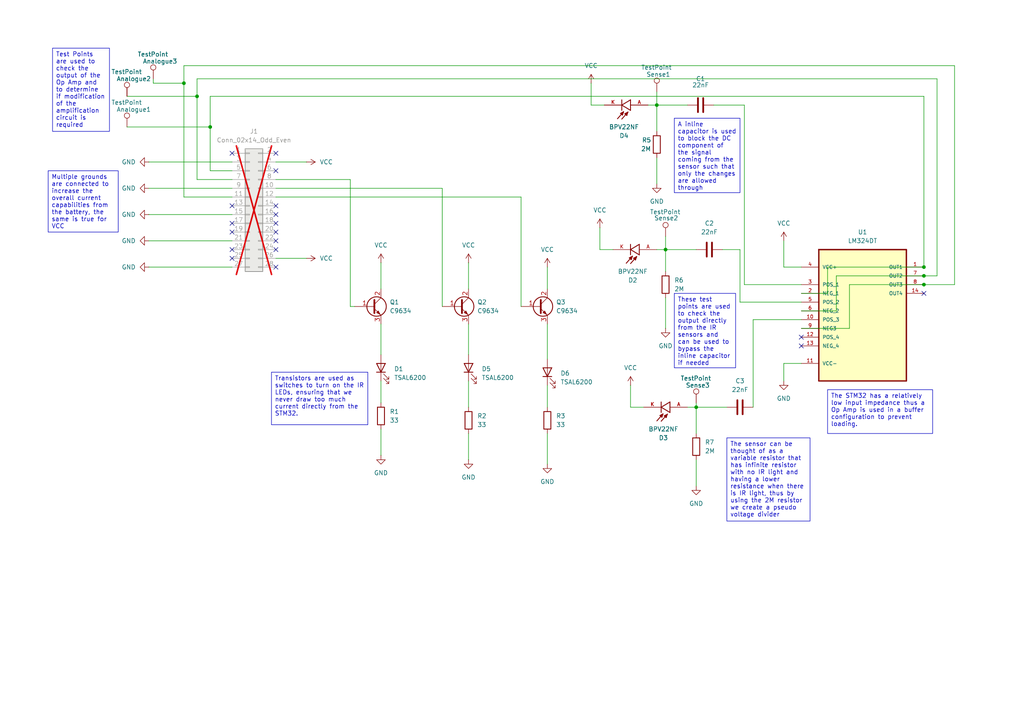
<source format=kicad_sch>
(kicad_sch (version 20231120) (generator "eeschema") (generator_version "8.0")
  (paper "A4")
  (title_block (title "EEE3088F Sensing Board") (date "2024-03-23") (rev "2") (comment 2 "Group 58") (comment 3 "VTTANS001") (comment 4 "Anson Vattakunnel"))
  (lib_symbols
    (symbol "BPV22NF:BPV22NF" (pin_names (offset 1.016))
      (property "Reference" "D" (at -0.5588 4.4958 0))
      (property "Value" "BPV22NF" (at -1.016 -3.302 0))
      (symbol "BPV22NF_0_0"
        (polyline (pts (xy 0 -1.524) (xy 2.54 0)) (stroke (width 0.254)))
        (polyline (pts (xy 0 1.524) (xy 0 -1.524)) (stroke (width 0.254)))
        (polyline (pts (xy 0.762 2.032) (xy 1.0922 2.9972)) (stroke (width 0.254)))
        (polyline (pts (xy 0.762 2.032) (xy 2.54 4.064)) (stroke (width 0.254)))
        (polyline (pts (xy 1.0668 2.2606) (xy 1.1938 2.2606)) (stroke (width 0.254)))
        (polyline (pts (xy 1.0922 2.9972) (xy 1.0668 2.2606)) (stroke (width 0.254)))
        (polyline (pts (xy 1.0922 2.9972) (xy 1.651 2.5146)) (stroke (width 0.254)))
        (polyline (pts (xy 1.4732 2.5908) (xy 1.2446 2.4384)) (stroke (width 0.254)))
        (polyline (pts (xy 1.651 2.5146) (xy 0.762 2.032)) (stroke (width 0.254)))
        (polyline (pts (xy 2.0066 1.9304) (xy 2.3368 2.8956)) (stroke (width 0.254)))
        (polyline (pts (xy 2.0066 1.9304) (xy 3.7846 3.9624)) (stroke (width 0.254)))
        (polyline (pts (xy 2.3114 2.159) (xy 2.4384 2.159)) (stroke (width 0.254)))
        (polyline (pts (xy 2.3368 2.8956) (xy 2.3114 2.159)) (stroke (width 0.254)))
        (polyline (pts (xy 2.3368 2.8956) (xy 2.8956 2.413)) (stroke (width 0.254)))
        (polyline (pts (xy 2.54 0) (xy 0 1.524)) (stroke (width 0.254)))
        (polyline (pts (xy 2.54 1.524) (xy 2.54 -1.524)) (stroke (width 0.254)))
        (polyline (pts (xy 2.7178 2.4892) (xy 2.4892 2.3368)) (stroke (width 0.254)))
        (polyline (pts (xy 2.8956 2.413) (xy 2.0066 1.9304)) (stroke (width 0.254)))
        (pin passive line (at -5.08 0 0) (length 5.08) (name "~") (number "A"))
        (pin passive line (at 7.62 0 180) (length 5.08) (name "~") (number "K"))
      )
    )
    (symbol "Connector:TestPoint" (pin_numbers hide) (pin_names (offset 0.762) hide)
      (property "Reference" "TP" (at 0 6.858 0))
      (property "Value" "TestPoint" (at 0 5.08 0))
      (symbol "TestPoint_0_1"
        (circle (center 0 3.302) (radius 0.762))
      )
      (symbol "TestPoint_1_1"
        (pin passive line (at 0 0 90) (length 2.54) (name "1") (number "1"))
      )
    )
    (symbol "Connector_Generic:Conn_02x14_Odd_Even" (pin_names (offset 1.016) hide)
      (property "Reference" "J" (at 1.27 17.78 0))
      (property "Value" "Conn_02x14_Odd_Even" (at 1.27 -20.32 0))
      (symbol "Conn_02x14_Odd_Even_1_1"
        (rectangle (start -1.27 -17.653) (end 0 -17.907) (stroke (width 0.1524)))
        (rectangle (start -1.27 -15.113) (end 0 -15.367) (stroke (width 0.1524)))
        (rectangle (start -1.27 -12.573) (end 0 -12.827) (stroke (width 0.1524)))
        (rectangle (start -1.27 -10.033) (end 0 -10.287) (stroke (width 0.1524)))
        (rectangle (start -1.27 -7.493) (end 0 -7.747) (stroke (width 0.1524)))
        (rectangle (start -1.27 -4.953) (end 0 -5.207) (stroke (width 0.1524)))
        (rectangle (start -1.27 -2.413) (end 0 -2.667) (stroke (width 0.1524)))
        (rectangle (start -1.27 0.127) (end 0 -0.127) (stroke (width 0.1524)))
        (rectangle (start -1.27 2.667) (end 0 2.413) (stroke (width 0.1524)))
        (rectangle (start -1.27 5.207) (end 0 4.953) (stroke (width 0.1524)))
        (rectangle (start -1.27 7.747) (end 0 7.493) (stroke (width 0.1524)))
        (rectangle (start -1.27 10.287) (end 0 10.033) (stroke (width 0.1524)))
        (rectangle (start -1.27 12.827) (end 0 12.573) (stroke (width 0.1524)))
        (rectangle (start -1.27 15.367) (end 0 15.113) (stroke (width 0.1524)))
        (rectangle (start -1.27 16.51) (end 3.81 -19.05) (stroke (width 0.254)) (fill (type background)))
        (rectangle (start 3.81 -17.653) (end 2.54 -17.907) (stroke (width 0.1524)))
        (rectangle (start 3.81 -15.113) (end 2.54 -15.367) (stroke (width 0.1524)))
        (rectangle (start 3.81 -12.573) (end 2.54 -12.827) (stroke (width 0.1524)))
        (rectangle (start 3.81 -10.033) (end 2.54 -10.287) (stroke (width 0.1524)))
        (rectangle (start 3.81 -7.493) (end 2.54 -7.747) (stroke (width 0.1524)))
        (rectangle (start 3.81 -4.953) (end 2.54 -5.207) (stroke (width 0.1524)))
        (rectangle (start 3.81 -2.413) (end 2.54 -2.667) (stroke (width 0.1524)))
        (rectangle (start 3.81 0.127) (end 2.54 -0.127) (stroke (width 0.1524)))
        (rectangle (start 3.81 2.667) (end 2.54 2.413) (stroke (width 0.1524)))
        (rectangle (start 3.81 5.207) (end 2.54 4.953) (stroke (width 0.1524)))
        (rectangle (start 3.81 7.747) (end 2.54 7.493) (stroke (width 0.1524)))
        (rectangle (start 3.81 10.287) (end 2.54 10.033) (stroke (width 0.1524)))
        (rectangle (start 3.81 12.827) (end 2.54 12.573) (stroke (width 0.1524)))
        (rectangle (start 3.81 15.367) (end 2.54 15.113) (stroke (width 0.1524)))
        (pin passive line (at -5.08 15.24 0) (length 3.81) (name "Pin_1") (number "1"))
        (pin passive line (at 7.62 5.08 180) (length 3.81) (name "Pin_10") (number "10"))
        (pin passive line (at -5.08 2.54 0) (length 3.81) (name "Pin_11") (number "11"))
        (pin passive line (at 7.62 2.54 180) (length 3.81) (name "Pin_12") (number "12"))
        (pin passive line (at -5.08 0 0) (length 3.81) (name "Pin_13") (number "13"))
        (pin passive line (at 7.62 0 180) (length 3.81) (name "Pin_14") (number "14"))
        (pin passive line (at -5.08 -2.54 0) (length 3.81) (name "Pin_15") (number "15"))
        (pin passive line (at 7.62 -2.54 180) (length 3.81) (name "Pin_16") (number "16"))
        (pin passive line (at -5.08 -5.08 0) (length 3.81) (name "Pin_17") (number "17"))
        (pin passive line (at 7.62 -5.08 180) (length 3.81) (name "Pin_18") (number "18"))
        (pin passive line (at -5.08 -7.62 0) (length 3.81) (name "Pin_19") (number "19"))
        (pin passive line (at 7.62 15.24 180) (length 3.81) (name "Pin_2") (number "2"))
        (pin passive line (at 7.62 -7.62 180) (length 3.81) (name "Pin_20") (number "20"))
        (pin passive line (at -5.08 -10.16 0) (length 3.81) (name "Pin_21") (number "21"))
        (pin passive line (at 7.62 -10.16 180) (length 3.81) (name "Pin_22") (number "22"))
        (pin passive line (at -5.08 -12.7 0) (length 3.81) (name "Pin_23") (number "23"))
        (pin passive line (at 7.62 -12.7 180) (length 3.81) (name "Pin_24") (number "24"))
        (pin passive line (at -5.08 -15.24 0) (length 3.81) (name "Pin_25") (number "25"))
        (pin passive line (at 7.62 -15.24 180) (length 3.81) (name "Pin_26") (number "26"))
        (pin passive line (at -5.08 -17.78 0) (length 3.81) (name "Pin_27") (number "27"))
        (pin passive line (at 7.62 -17.78 180) (length 3.81) (name "Pin_28") (number "28"))
        (pin passive line (at -5.08 12.7 0) (length 3.81) (name "Pin_3") (number "3"))
        (pin passive line (at 7.62 12.7 180) (length 3.81) (name "Pin_4") (number "4"))
        (pin passive line (at -5.08 10.16 0) (length 3.81) (name "Pin_5") (number "5"))
        (pin passive line (at 7.62 10.16 180) (length 3.81) (name "Pin_6") (number "6"))
        (pin passive line (at -5.08 7.62 0) (length 3.81) (name "Pin_7") (number "7"))
        (pin passive line (at 7.62 7.62 180) (length 3.81) (name "Pin_8") (number "8"))
        (pin passive line (at -5.08 5.08 0) (length 3.81) (name "Pin_9") (number "9"))
      )
    )
    (symbol "Device:C" (pin_numbers hide) (pin_names (offset 0.254))
      (property "Reference" "C" (at 0.635 2.54 0))
      (property "Value" "C" (at 0.635 -2.54 0))
      (symbol "C_0_1"
        (polyline (pts (xy -2.032 -0.762) (xy 2.032 -0.762)) (stroke (width 0.508)))
        (polyline (pts (xy -2.032 0.762) (xy 2.032 0.762)) (stroke (width 0.508)))
      )
      (symbol "C_1_1"
        (pin passive line (at 0 3.81 270) (length 2.794) (name "~") (number "1"))
        (pin passive line (at 0 -3.81 90) (length 2.794) (name "~") (number "2"))
      )
    )
    (symbol "Device:LED" (pin_numbers hide) (pin_names (offset 1.016) hide)
      (property "Reference" "D" (at 0 2.54 0))
      (property "Value" "LED" (at 0 -2.54 0))
      (symbol "LED_0_1"
        (polyline (pts (xy -1.27 -1.27) (xy -1.27 1.27)) (stroke (width 0.254)))
        (polyline (pts (xy -1.27 0) (xy 1.27 0)))
        (polyline (pts (xy 1.27 -1.27) (xy 1.27 1.27) (xy -1.27 0) (xy 1.27 -1.27)) (stroke (width 0.254)))
        (polyline (pts (xy -3.048 -0.762) (xy -4.572 -2.286) (xy -3.81 -2.286) (xy -4.572 -2.286) (xy -4.572 -1.524)))
        (polyline (pts (xy -1.778 -0.762) (xy -3.302 -2.286) (xy -2.54 -2.286) (xy -3.302 -2.286) (xy -3.302 -1.524)))
      )
      (symbol "LED_1_1"
        (pin passive line (at -3.81 0 0) (length 2.54) (name "K") (number "1"))
        (pin passive line (at 3.81 0 180) (length 2.54) (name "A") (number "2"))
      )
    )
    (symbol "Device:R" (pin_numbers hide) (pin_names (offset 0))
      (property "Reference" "R" (at 2.032 0 90))
      (property "Value" "R" (at 0 0 90))
      (symbol "R_0_1"
        (rectangle (start -1.016 -2.54) (end 1.016 2.54) (stroke (width 0.254)))
      )
      (symbol "R_1_1"
        (pin passive line (at 0 3.81 270) (length 1.27) (name "~") (number "1"))
        (pin passive line (at 0 -3.81 90) (length 1.27) (name "~") (number "2"))
      )
    )
    (symbol "LM324DT:LM324DT" (pin_names (offset 1.016))
      (property "Reference" "U" (at -5.5989 16.3894 0))
      (property "Value" "LM324DT" (at -4.6241 -26.0171 0))
      (symbol "LM324DT_0_0"
        (rectangle (start -12.7 -22.86) (end 12.7 15.24) (stroke (width 0.4064)) (fill (type background)))
        (pin output line (at 17.78 10.16 180) (length 5.08) (name "OUT1") (number "1"))
        (pin input line (at -17.78 -5.08 0) (length 5.08) (name "POS_3") (number "10"))
        (pin power_in line (at -17.78 -17.78 0) (length 5.08) (name "VCC-") (number "11"))
        (pin input line (at -17.78 -10.16 0) (length 5.08) (name "POS_4") (number "12"))
        (pin input line (at -17.78 -12.7 0) (length 5.08) (name "NEG_4") (number "13"))
        (pin output line (at 17.78 2.54 180) (length 5.08) (name "OUT4") (number "14"))
        (pin input line (at -17.78 2.54 0) (length 5.08) (name "NEG_1") (number "2"))
        (pin input line (at -17.78 5.08 0) (length 5.08) (name "POS_1") (number "3"))
        (pin power_in line (at -17.78 10.16 0) (length 5.08) (name "VCC+") (number "4"))
        (pin input line (at -17.78 0 0) (length 5.08) (name "POS_2") (number "5"))
        (pin input line (at -17.78 -2.54 0) (length 5.08) (name "NEG_2") (number "6"))
        (pin output line (at 17.78 7.62 180) (length 5.08) (name "OUT2") (number "7"))
        (pin output line (at 17.78 5.08 180) (length 5.08) (name "OUT3") (number "8"))
        (pin input line (at -17.78 -7.62 0) (length 5.08) (name "NEG3") (number "9"))
      )
    )
    (symbol "Transistor_BJT:BCX56" (pin_names (offset 0) hide)
      (property "Reference" "Q" (at 5.08 1.905 0))
      (property "Value" "BCX56" (at 5.08 0 0))
      (symbol "BCX56_0_1"
        (polyline (pts (xy 0.635 0.635) (xy 2.54 2.54)))
        (polyline (pts (xy 0.635 -0.635) (xy 2.54 -2.54) (xy 2.54 -2.54)))
        (polyline (pts (xy 0.635 1.905) (xy 0.635 -1.905) (xy 0.635 -1.905)) (stroke (width 0.508)))
        (polyline (pts (xy 1.27 -1.778) (xy 1.778 -1.27) (xy 2.286 -2.286) (xy 1.27 -1.778) (xy 1.27 -1.778)) (fill (type outline)))
        (circle (center 1.27 0) (radius 2.8194) (stroke (width 0.254)))
      )
      (symbol "BCX56_1_1"
        (pin input line (at -5.08 0 0) (length 5.715) (name "B") (number "1"))
        (pin passive line (at 2.54 5.08 270) (length 2.54) (name "C") (number "2"))
        (pin passive line (at 2.54 -5.08 90) (length 2.54) (name "E") (number "3"))
      )
    )
    (symbol "power:GND" (power) (pin_numbers hide) (pin_names (offset 0) hide)
      (property "Value" "GND" (at 0 -3.81 0))
      (symbol "GND_0_1"
        (polyline (pts (xy 0 0) (xy 0 -1.27) (xy 1.27 -1.27) (xy 0 -2.54) (xy -1.27 -1.27) (xy 0 -1.27)))
      )
      (symbol "GND_1_1"
        (pin power_in line (at 0 0 270) (length 0) (name "~") (number "1"))
      )
    )
    (symbol "power:VCC" (power) (pin_numbers hide) (pin_names (offset 0) hide)
      (property "Value" "VCC" (at 0 3.556 0))
      (symbol "VCC_0_1"
        (polyline (pts (xy -0.762 1.27) (xy 0 2.54)))
        (polyline (pts (xy 0 0) (xy 0 2.54)))
        (polyline (pts (xy 0 2.54) (xy 0.762 1.27)))
      )
      (symbol "VCC_1_1"
        (pin power_in line (at 0 0 90) (length 0) (name "~") (number "1"))
      )
    )
  )
  (junction (at 57.15 27.94))
  (junction (at 267.97 80.01))
  (junction (at 267.97 77.47))
  (junction (at 53.34 24.13))
  (junction (at 201.93 118.11))
  (junction (at 267.97 82.55))
  (junction (at 193.04 72.39))
  (junction (at 60.96 36.83))
  (junction (at 190.5 30.48))
  (no_connect (at 80.01 69.85))
  (no_connect (at 80.01 62.23))
  (no_connect (at 232.41 100.33))
  (no_connect (at 80.01 44.45))
  (no_connect (at 67.31 74.93))
  (no_connect (at 80.01 49.53))
  (no_connect (at 67.31 59.69))
  (no_connect (at 267.97 85.09))
  (no_connect (at 67.31 64.77))
  (no_connect (at 80.01 67.31))
  (no_connect (at 80.01 59.69))
  (no_connect (at 232.41 97.79))
  (no_connect (at 67.31 44.45))
  (no_connect (at 80.01 64.77))
  (no_connect (at 67.31 72.39))
  (no_connect (at 67.31 67.31))
  (no_connect (at 80.01 72.39))
  (no_connect (at 80.01 77.47))
  (wire (pts (xy 110.49 93.98) (xy 110.49 102.87)))
  (wire (pts (xy 193.04 72.39) (xy 193.04 78.74)))
  (wire (pts (xy 110.49 76.2) (xy 110.49 83.82)))
  (wire (pts (xy 158.75 77.47) (xy 158.75 83.82)))
  (wire (pts (xy 215.9 82.55) (xy 215.9 30.48)))
  (wire (pts (xy 232.41 85.09) (xy 240.03 85.09)))
  (wire (pts (xy 215.9 30.48) (xy 207.01 30.48)))
  (wire (pts (xy 232.41 92.71) (xy 218.44 92.71)))
  (wire (pts (xy 193.04 68.58) (xy 193.04 72.39)))
  (wire (pts (xy 201.93 133.35) (xy 201.93 140.97)))
  (wire (pts (xy 135.89 110.49) (xy 135.89 118.11)))
  (wire (pts (xy 218.44 92.71) (xy 218.44 118.11)))
  (wire (pts (xy 267.97 27.94) (xy 267.97 77.47)))
  (wire (pts (xy 158.75 93.98) (xy 158.75 104.14)))
  (wire (pts (xy 135.89 93.98) (xy 135.89 102.87)))
  (wire (pts (xy 227.33 69.85) (xy 227.33 77.47)))
  (wire (pts (xy 271.78 80.01) (xy 267.97 80.01)))
  (wire (pts (xy 128.27 54.61) (xy 128.27 88.9)))
  (wire (pts (xy 271.78 22.86) (xy 271.78 80.01)))
  (wire (pts (xy 44.45 24.13) (xy 53.34 24.13)))
  (wire (pts (xy 36.83 36.83) (xy 60.96 36.83)))
  (wire (pts (xy 80.01 54.61) (xy 128.27 54.61)))
  (wire (pts (xy 232.41 82.55) (xy 215.9 82.55)))
  (wire (pts (xy 240.03 85.09) (xy 240.03 77.47)))
  (wire (pts (xy 57.15 22.86) (xy 271.78 22.86)))
  (wire (pts (xy 276.86 19.05) (xy 276.86 82.55)))
  (wire (pts (xy 242.57 80.01) (xy 267.97 80.01)))
  (wire (pts (xy 182.88 111.76) (xy 182.88 118.11)))
  (wire (pts (xy 60.96 49.53) (xy 60.96 36.83)))
  (wire (pts (xy 67.31 46.99) (xy 43.18 46.99)))
  (wire (pts (xy 80.01 57.15) (xy 151.13 57.15)))
  (wire (pts (xy 43.18 69.85) (xy 67.31 69.85)))
  (wire (pts (xy 240.03 77.47) (xy 267.97 77.47)))
  (wire (pts (xy 36.83 27.94) (xy 57.15 27.94)))
  (wire (pts (xy 80.01 74.93) (xy 88.9 74.93)))
  (wire (pts (xy 53.34 57.15) (xy 53.34 24.13)))
  (wire (pts (xy 101.6 52.07) (xy 101.6 88.9)))
  (wire (pts (xy 193.04 72.39) (xy 201.93 72.39)))
  (wire (pts (xy 171.45 24.13) (xy 171.45 30.48)))
  (wire (pts (xy 201.93 116.84) (xy 201.93 118.11)))
  (wire (pts (xy 227.33 105.41) (xy 227.33 110.49)))
  (wire (pts (xy 193.04 86.36) (xy 193.04 95.25)))
  (wire (pts (xy 135.89 76.2) (xy 135.89 83.82)))
  (wire (pts (xy 190.5 45.72) (xy 190.5 53.34)))
  (wire (pts (xy 190.5 30.48) (xy 190.5 38.1)))
  (wire (pts (xy 60.96 36.83) (xy 60.96 27.94)))
  (wire (pts (xy 158.75 111.76) (xy 158.75 118.11)))
  (wire (pts (xy 101.6 88.9) (xy 102.87 88.9)))
  (wire (pts (xy 67.31 54.61) (xy 43.18 54.61)))
  (wire (pts (xy 53.34 24.13) (xy 53.34 19.05)))
  (wire (pts (xy 110.49 124.46) (xy 110.49 132.08)))
  (wire (pts (xy 190.5 72.39) (xy 193.04 72.39)))
  (wire (pts (xy 232.41 95.25) (xy 246.38 95.25)))
  (wire (pts (xy 232.41 90.17) (xy 242.57 90.17)))
  (wire (pts (xy 182.88 118.11) (xy 186.69 118.11)))
  (wire (pts (xy 135.89 125.73) (xy 135.89 133.35)))
  (wire (pts (xy 158.75 125.73) (xy 158.75 134.62)))
  (wire (pts (xy 80.01 46.99) (xy 88.9 46.99)))
  (wire (pts (xy 246.38 95.25) (xy 246.38 82.55)))
  (wire (pts (xy 43.18 77.47) (xy 67.31 77.47)))
  (wire (pts (xy 267.97 82.55) (xy 276.86 82.55)))
  (wire (pts (xy 242.57 90.17) (xy 242.57 80.01)))
  (wire (pts (xy 151.13 57.15) (xy 151.13 88.9)))
  (wire (pts (xy 190.5 26.67) (xy 190.5 30.48)))
  (wire (pts (xy 199.39 118.11) (xy 201.93 118.11)))
  (wire (pts (xy 110.49 110.49) (xy 110.49 116.84)))
  (wire (pts (xy 57.15 22.86) (xy 57.15 27.94)))
  (wire (pts (xy 80.01 52.07) (xy 101.6 52.07)))
  (wire (pts (xy 43.18 62.23) (xy 67.31 62.23)))
  (wire (pts (xy 67.31 52.07) (xy 57.15 52.07)))
  (wire (pts (xy 227.33 77.47) (xy 232.41 77.47)))
  (wire (pts (xy 173.99 72.39) (xy 177.8 72.39)))
  (wire (pts (xy 44.45 22.86) (xy 44.45 24.13)))
  (wire (pts (xy 60.96 27.94) (xy 267.97 27.94)))
  (wire (pts (xy 187.96 30.48) (xy 190.5 30.48)))
  (wire (pts (xy 232.41 105.41) (xy 227.33 105.41)))
  (wire (pts (xy 67.31 49.53) (xy 60.96 49.53)))
  (wire (pts (xy 173.99 66.04) (xy 173.99 72.39)))
  (wire (pts (xy 214.63 72.39) (xy 209.55 72.39)))
  (wire (pts (xy 246.38 82.55) (xy 267.97 82.55)))
  (wire (pts (xy 214.63 87.63) (xy 214.63 72.39)))
  (wire (pts (xy 190.5 30.48) (xy 199.39 30.48)))
  (wire (pts (xy 67.31 57.15) (xy 53.34 57.15)))
  (wire (pts (xy 201.93 118.11) (xy 210.82 118.11)))
  (wire (pts (xy 53.34 19.05) (xy 276.86 19.05)))
  (wire (pts (xy 201.93 118.11) (xy 201.93 125.73)))
  (wire (pts (xy 57.15 27.94) (xy 57.15 52.07)))
  (wire (pts (xy 232.41 87.63) (xy 214.63 87.63)))
  (wire (pts (xy 171.45 30.48) (xy 175.26 30.48)))
  (text_box "The STM32 has a relatively low input impedance thus a Op Amp is used in a buffer configuration to prevent loading." (at 240.03 113.03 0) (size 30.48 12.7) (effects (font (size 1.27 1.27)) (justify left top)))
  (text_box "Transistors are used as switches to turn on the IR LEDs, ensuring that we never draw too much current directly from the STM32." (at 78.74 107.95 0) (size 27.94 15.24) (effects (font (size 1.27 1.27)) (justify left top)))
  (text_box "Test Points are used to check the output of the Op Amp and to determine if modification of the amplification circuit is required" (at 15.24 13.97 0) (size 16.51 24.13) (effects (font (size 1.27 1.27)) (justify left top)))
  (text_box "These test points are used to check the output directly from the IR sensors and can be used to bypass the inline capacitor if needed" (at 195.58 85.09 0) (size 17.78 21.59) (effects (font (size 1.27 1.27)) (justify left top)))
  (text_box "The sensor can be thought of as a variable resistor that has infinite resistor with no IR light and having a lower resistance when there is IR light, thus by using the 2M resistor we create a pseudo voltage divider" (at 210.82 127 0) (size 24.13 24.13) (effects (font (size 1.27 1.27)) (justify left top)))
  (text_box "Multiple grounds are connected to increase the overall current capabilities from the battery, the same is true for VCC" (at 13.97 49.53 0) (size 20.32 17.78) (effects (font (size 1.27 1.27)) (justify left top)))
  (text_box "A inline capacitor is used to block the DC component of the signal coming from the sensor such that only the changes are allowed through" (at 195.58 34.29 0) (size 19.05 21.59) (effects (font (size 1.27 1.27)) (justify left top)))
  (symbol (lib_id "power:GND") (at 43.18 69.85 270) (unit 1)
    (property "Reference" "#PWR06" (effects (hide yes)))
    (property "Value" "GND" (at 39.37 69.8499 90) (effects (justify right)))
    (property "Description" "Power symbol creates a global label with name \"GND\" , ground" (effects (hide yes)))
  )
  (symbol (lib_id "Device:R") (at 135.89 121.92 0) (unit 1)
    (property "Reference" "R2" (at 138.43 120.6499 0) (effects (justify left)))
    (property "Value" "33" (at 138.43 123.1899 0) (effects (justify left)))
    (property "Footprint" "Resistor_SMD:R_0603_1608Metric" (effects (hide yes)))
    (property "Description" "Resistor" (effects (hide yes)))
  )
  (symbol (lib_id "BPV22NF:BPV22NF") (at 194.31 118.11 180) (unit 1)
    (property "Reference" "D3" (at 192.4177 127 0))
    (property "Value" "BPV22NF" (at 192.4177 124.46 0))
    (property "Footprint" "KiCAD Library:XDCR_BPV22NF" (effects (hide yes)))
    (property "MF" "Vishay Semiconductor" (effects (hide yes)))
    (property "MAXIMUM_PACKAGE_HEIGHT" "8.90mm" (effects (hide yes)))
    (property "Package" "Radial Vishay" (effects (hide yes)))
    (property "Price" "None" (effects (hide yes)))
    (property "Check_prices" "https://www.snapeda.com/parts/BPV22NF/Vishay+Semiconductor+Opto+Division/view-part/?ref=eda" (effects (hide yes)))
    (property "STANDARD" "Manufacturer Recommendations" (effects (hide yes)))
    (property "PARTREV" "1.9" (effects (hide yes)))
    (property "SnapEDA_Link" "https://www.snapeda.com/parts/BPV22NF/Vishay+Semiconductor+Opto+Division/view-part/?ref=snap" (effects (hide yes)))
    (property "MP" "BPV22NF" (effects (hide yes)))
    (property "Description_1" "\nPhotodiode 940nm - 120° Radial, Side View\n" (effects (hide yes)))
    (property "Availability" "In Stock" (effects (hide yes)))
    (property "MANUFACTURER" "Vishay" (effects (hide yes)))
  )
  (symbol (lib_id "Device:R") (at 193.04 82.55 0) (unit 1)
    (property "Reference" "R6" (at 195.58 81.2799 0) (effects (justify left)))
    (property "Value" "2M" (at 195.58 83.8199 0) (effects (justify left)))
    (property "Footprint" "Resistor_SMD:R_0603_1608Metric" (effects (hide yes)))
    (property "Description" "Resistor" (effects (hide yes)))
  )
  (symbol (lib_id "Device:R") (at 190.5 41.91 0) (unit 1)
    (property "Reference" "R5" (at 186.182 40.64 0) (effects (justify left)))
    (property "Value" "2M" (at 185.928 43.18 0) (effects (justify left)))
    (property "Footprint" "Resistor_SMD:R_0603_1608Metric" (effects (hide yes)))
    (property "Description" "Resistor" (effects (hide yes)))
  )
  (symbol (lib_id "Connector_Generic:Conn_02x14_Odd_Even") (at 72.39 59.69 0) (unit 1) (in_bom no) (dnp yes)
    (property "Reference" "J1" (at 73.66 38.1 0))
    (property "Value" "Conn_02x14_Odd_Even" (at 73.66 40.64 0))
    (property "Footprint" "Connector_PinHeader_2.54mm:PinHeader_2x14_P2.54mm_Vertical" (effects (hide yes)))
    (property "Description" "Generic connector, double row, 02x14, odd/even pin numbering scheme (row 1 odd numbers, row 2 even numbers), script generated (kicad-library-utils/schlib/autogen/connector/)" (effects (hide yes)))
  )
  (symbol (lib_id "power:GND") (at 135.89 133.35 0) (unit 1)
    (property "Reference" "#PWR011" (effects (hide yes)))
    (property "Value" "GND" (at 135.89 138.43 0))
    (property "Description" "Power symbol creates a global label with name \"GND\" , ground" (effects (hide yes)))
  )
  (symbol (lib_id "Connector:TestPoint") (at 44.45 22.86 0) (unit 1)
    (property "Reference" "Analogue3" (at 41.402 17.78 0) (effects (justify left)))
    (property "Value" "TestPoint" (at 39.878 15.748 0) (effects (justify left)))
    (property "Footprint" "TestPoint:TestPoint_Pad_D2.0mm" (effects (hide yes)))
    (property "Description" "test point" (effects (hide yes)))
  )
  (symbol (lib_id "power:VCC") (at 110.49 76.2 0) (unit 1)
    (property "Reference" "#PWR013" (effects (hide yes)))
    (property "Value" "VCC" (at 110.49 71.12 0))
    (property "Description" "Power symbol creates a global label with name \"VCC\"" (effects (hide yes)))
  )
  (symbol (lib_id "Device:R") (at 110.49 120.65 0) (unit 1)
    (property "Reference" "R1" (at 113.03 119.3799 0) (effects (justify left)))
    (property "Value" "33" (at 113.03 121.9199 0) (effects (justify left)))
    (property "Footprint" "Resistor_SMD:R_0603_1608Metric" (effects (hide yes)))
    (property "Description" "Resistor" (effects (hide yes)))
  )
  (symbol (lib_id "Connector:TestPoint") (at 36.83 36.83 0) (unit 1)
    (property "Reference" "Analogue1" (at 33.782 31.75 0) (effects (justify left)))
    (property "Value" "TestPoint" (at 32.258 29.718 0) (effects (justify left)))
    (property "Footprint" "TestPoint:TestPoint_Pad_D2.0mm" (effects (hide yes)))
    (property "Description" "test point" (effects (hide yes)))
  )
  (symbol (lib_id "Transistor_BJT:BCX56") (at 133.35 88.9 0) (unit 1)
    (property "Reference" "Q2" (at 138.43 87.6299 0) (effects (justify left)))
    (property "Value" "C9634" (at 138.43 90.1699 0) (effects (justify left)))
    (property "Footprint" "Package_TO_SOT_SMD:SOT-89-3" (effects (hide yes)))
    (property "Datasheet" "https://wmsc.lcsc.com/wmsc/upload/file/pdf/v2/lcsc/1809192311_Jiangsu-Changjing-Electronics-Technology-Co---Ltd--C9634_C9634.pdf" (effects (hide yes)))
    (property "Description" "30V 500mW 3A NPN SOT-89-3 Bipolar Transistors - BJT ROHS" (effects (hide yes)))
  )
  (symbol (lib_id "Device:C") (at 214.63 118.11 90) (unit 1)
    (property "Reference" "C3" (at 214.63 110.49 90))
    (property "Value" "22nF" (at 214.63 113.03 90))
    (property "Footprint" "Capacitor_SMD:C_0603_1608Metric" (effects (hide yes)))
    (property "Description" "Unpolarized capacitor" (effects (hide yes)))
  )
  (symbol (lib_id "power:GND") (at 110.49 132.08 0) (unit 1)
    (property "Reference" "#PWR010" (effects (hide yes)))
    (property "Value" "GND" (at 110.49 137.16 0))
    (property "Description" "Power symbol creates a global label with name \"GND\" , ground" (effects (hide yes)))
  )
  (symbol (lib_id "Device:R") (at 158.75 121.92 0) (unit 1)
    (property "Reference" "R3" (at 161.29 120.6499 0) (effects (justify left)))
    (property "Value" "33" (at 161.29 123.1899 0) (effects (justify left)))
    (property "Footprint" "Resistor_SMD:R_0603_1608Metric" (effects (hide yes)))
    (property "Description" "Resistor" (effects (hide yes)))
  )
  (symbol (lib_id "Device:R") (at 201.93 129.54 0) (unit 1)
    (property "Reference" "R7" (at 204.47 128.2699 0) (effects (justify left)))
    (property "Value" "2M" (at 204.47 130.8099 0) (effects (justify left)))
    (property "Footprint" "Resistor_SMD:R_0603_1608Metric" (effects (hide yes)))
    (property "Description" "Resistor" (effects (hide yes)))
  )
  (symbol (lib_id "Connector:TestPoint") (at 190.5 26.67 0) (unit 1)
    (property "Reference" "Sense1" (at 187.452 21.59 0) (effects (justify left)))
    (property "Value" "TestPoint" (at 185.928 19.558 0) (effects (justify left)))
    (property "Footprint" "TestPoint:TestPoint_Pad_D2.0mm" (effects (hide yes)))
    (property "Description" "test point" (effects (hide yes)))
  )
  (symbol (lib_id "power:GND") (at 193.04 95.25 0) (unit 1)
    (property "Reference" "#PWR021" (effects (hide yes)))
    (property "Value" "GND" (at 193.04 100.33 0))
    (property "Description" "Power symbol creates a global label with name \"GND\" , ground" (effects (hide yes)))
  )
  (symbol (lib_id "power:GND") (at 43.18 46.99 270) (unit 1)
    (property "Reference" "#PWR03" (effects (hide yes)))
    (property "Value" "GND" (at 39.37 46.9899 90) (effects (justify right)))
    (property "Description" "Power symbol creates a global label with name \"GND\" , ground" (effects (hide yes)))
  )
  (symbol (lib_id "power:VCC") (at 173.99 66.04 0) (unit 1)
    (property "Reference" "#PWR020" (effects (hide yes)))
    (property "Value" "VCC" (at 173.99 60.96 0))
    (property "Description" "Power symbol creates a global label with name \"VCC\"" (effects (hide yes)))
  )
  (symbol (lib_id "power:VCC") (at 88.9 46.99 270) (unit 1)
    (property "Reference" "#PWR02" (effects (hide yes)))
    (property "Value" "VCC" (at 92.71 46.9899 90) (effects (justify left)))
    (property "Description" "Power symbol creates a global label with name \"VCC\"" (effects (hide yes)))
  )
  (symbol (lib_id "power:GND") (at 43.18 77.47 270) (unit 1)
    (property "Reference" "#PWR05" (effects (hide yes)))
    (property "Value" "GND" (at 39.37 77.4699 90) (effects (justify right)))
    (property "Description" "Power symbol creates a global label with name \"GND\" , ground" (effects (hide yes)))
  )
  (symbol (lib_id "power:VCC") (at 182.88 111.76 0) (unit 1)
    (property "Reference" "#PWR022" (effects (hide yes)))
    (property "Value" "VCC" (at 182.88 106.68 0))
    (property "Description" "Power symbol creates a global label with name \"VCC\"" (effects (hide yes)))
  )
  (symbol (lib_id "power:GND") (at 158.75 134.62 0) (unit 1)
    (property "Reference" "#PWR012" (effects (hide yes)))
    (property "Value" "GND" (at 158.75 139.7 0))
    (property "Description" "Power symbol creates a global label with name \"GND\" , ground" (effects (hide yes)))
  )
  (symbol (lib_id "Connector:TestPoint") (at 36.83 27.94 0) (unit 1)
    (property "Reference" "Analogue2" (at 33.782 22.86 0) (effects (justify left)))
    (property "Value" "TestPoint" (at 32.258 20.828 0) (effects (justify left)))
    (property "Footprint" "TestPoint:TestPoint_Pad_D2.0mm" (effects (hide yes)))
    (property "Description" "test point" (effects (hide yes)))
  )
  (symbol (lib_id "Connector:TestPoint") (at 201.93 116.84 0) (unit 1)
    (property "Reference" "Sense3" (at 198.882 111.76 0) (effects (justify left)))
    (property "Value" "TestPoint" (at 197.358 109.728 0) (effects (justify left)))
    (property "Footprint" "TestPoint:TestPoint_Pad_D2.0mm" (effects (hide yes)))
    (property "Description" "test point" (effects (hide yes)))
  )
  (symbol (lib_id "power:VCC") (at 227.33 69.85 0) (unit 1)
    (property "Reference" "#PWR018" (effects (hide yes)))
    (property "Value" "VCC" (at 227.33 64.77 0))
    (property "Description" "Power symbol creates a global label with name \"VCC\"" (effects (hide yes)))
  )
  (symbol (lib_id "power:GND") (at 190.5 53.34 0) (unit 1)
    (property "Reference" "#PWR017" (effects (hide yes)))
    (property "Value" "GND" (at 190.5 58.42 0))
    (property "Description" "Power symbol creates a global label with name \"GND\" , ground" (effects (hide yes)))
  )
  (symbol (lib_id "power:GND") (at 227.33 110.49 0) (unit 1)
    (property "Reference" "#PWR019" (effects (hide yes)))
    (property "Value" "GND" (at 227.33 115.57 0))
    (property "Description" "Power symbol creates a global label with name \"GND\" , ground" (effects (hide yes)))
  )
  (symbol (lib_id "power:GND") (at 43.18 54.61 270) (unit 1)
    (property "Reference" "#PWR04" (effects (hide yes)))
    (property "Value" "GND" (at 39.37 54.6099 90) (effects (justify right)))
    (property "Description" "Power symbol creates a global label with name \"GND\" , ground" (effects (hide yes)))
  )
  (symbol (lib_id "BPV22NF:BPV22NF") (at 182.88 30.48 180) (unit 1)
    (property "Reference" "D4" (at 180.9877 39.37 0))
    (property "Value" "BPV22NF" (at 180.9877 36.83 0))
    (property "Footprint" "KiCAD Library:XDCR_BPV22NF" (effects (hide yes)))
    (property "MF" "Vishay Semiconductor" (effects (hide yes)))
    (property "MAXIMUM_PACKAGE_HEIGHT" "8.90mm" (effects (hide yes)))
    (property "Package" "Radial Vishay" (effects (hide yes)))
    (property "Price" "None" (effects (hide yes)))
    (property "Check_prices" "https://www.snapeda.com/parts/BPV22NF/Vishay+Semiconductor+Opto+Division/view-part/?ref=eda" (effects (hide yes)))
    (property "STANDARD" "Manufacturer Recommendations" (effects (hide yes)))
    (property "PARTREV" "1.9" (effects (hide yes)))
    (property "SnapEDA_Link" "https://www.snapeda.com/parts/BPV22NF/Vishay+Semiconductor+Opto+Division/view-part/?ref=snap" (effects (hide yes)))
    (property "MP" "BPV22NF" (effects (hide yes)))
    (property "Description_1" "\nPhotodiode 940nm - 120° Radial, Side View\n" (effects (hide yes)))
    (property "Availability" "In Stock" (effects (hide yes)))
    (property "MANUFACTURER" "Vishay" (effects (hide yes)))
  )
  (symbol (lib_id "Device:C") (at 203.2 30.48 90) (unit 1)
    (property "Reference" "C1" (at 203.2 22.86 90))
    (property "Value" "22nF" (at 203.2 25.4 90) (effects (justify top)))
    (property "Footprint" "Capacitor_SMD:C_0603_1608Metric" (effects (hide yes)))
    (property "Description" "Unpolarized capacitor" (effects (hide yes)))
  )
  (symbol (lib_id "power:VCC") (at 171.45 24.13 0) (unit 1)
    (property "Reference" "#PWR016" (effects (hide yes)))
    (property "Value" "VCC" (at 171.45 19.05 0))
    (property "Description" "Power symbol creates a global label with name \"VCC\"" (effects (hide yes)))
  )
  (symbol (lib_id "Device:LED") (at 135.89 106.68 90) (unit 1)
    (property "Reference" "D5" (at 139.7 106.9974 90) (effects (justify right)))
    (property "Value" "TSAL6200" (at 139.7 109.5374 90) (effects (justify right)))
    (property "Footprint" "LED_THT:LED_D5.0mm_Horizontal_O6.35mm_Z15.0mm" (effects (hide yes)))
    (property "Description" "Light emitting diode" (effects (hide yes)))
  )
  (symbol (lib_id "Device:C") (at 205.74 72.39 90) (unit 1)
    (property "Reference" "C2" (at 205.74 64.77 90))
    (property "Value" "22nF" (at 205.74 67.31 90))
    (property "Footprint" "Capacitor_SMD:C_0603_1608Metric" (effects (hide yes)))
    (property "Description" "Unpolarized capacitor" (effects (hide yes)))
  )
  (symbol (lib_id "power:GND") (at 201.93 140.97 0) (unit 1)
    (property "Reference" "#PWR023" (effects (hide yes)))
    (property "Value" "GND" (at 201.93 146.05 0))
    (property "Description" "Power symbol creates a global label with name \"GND\" , ground" (effects (hide yes)))
  )
  (symbol (lib_id "Device:LED") (at 158.75 107.95 90) (unit 1)
    (property "Reference" "D6" (at 162.56 108.2674 90) (effects (justify right)))
    (property "Value" "TSAL6200" (at 162.56 110.8074 90) (effects (justify right)))
    (property "Footprint" "LED_THT:LED_D5.0mm_Horizontal_O6.35mm_Z15.0mm" (effects (hide yes)))
    (property "Description" "Light emitting diode" (effects (hide yes)))
  )
  (symbol (lib_id "Device:LED") (at 110.49 106.68 90) (unit 1)
    (property "Reference" "D1" (at 114.3 106.9974 90) (effects (justify right)))
    (property "Value" "TSAL6200" (at 114.3 109.5374 90) (effects (justify right)))
    (property "Footprint" "LED_THT:LED_D5.0mm_Horizontal_O6.35mm_Z15.0mm" (effects (hide yes)))
    (property "Description" "Light emitting diode" (effects (hide yes)))
  )
  (symbol (lib_id "BPV22NF:BPV22NF") (at 185.42 72.39 180) (unit 1)
    (property "Reference" "D2" (at 183.5277 81.28 0))
    (property "Value" "BPV22NF" (at 183.5277 78.74 0))
    (property "Footprint" "KiCAD Library:XDCR_BPV22NF" (effects (hide yes)))
    (property "MF" "Vishay Semiconductor" (effects (hide yes)))
    (property "MAXIMUM_PACKAGE_HEIGHT" "8.90mm" (effects (hide yes)))
    (property "Package" "Radial Vishay" (effects (hide yes)))
    (property "Price" "None" (effects (hide yes)))
    (property "Check_prices" "https://www.snapeda.com/parts/BPV22NF/Vishay+Semiconductor+Opto+Division/view-part/?ref=eda" (effects (hide yes)))
    (property "STANDARD" "Manufacturer Recommendations" (effects (hide yes)))
    (property "PARTREV" "1.9" (effects (hide yes)))
    (property "SnapEDA_Link" "https://www.snapeda.com/parts/BPV22NF/Vishay+Semiconductor+Opto+Division/view-part/?ref=snap" (effects (hide yes)))
    (property "MP" "BPV22NF" (effects (hide yes)))
    (property "Description_1" "\nPhotodiode 940nm - 120° Radial, Side View\n" (effects (hide yes)))
    (property "Availability" "In Stock" (effects (hide yes)))
    (property "MANUFACTURER" "Vishay" (effects (hide yes)))
  )
  (symbol (lib_id "power:VCC") (at 158.75 77.47 0) (unit 1)
    (property "Reference" "#PWR015" (effects (hide yes)))
    (property "Value" "VCC" (at 158.75 72.39 0))
    (property "Description" "Power symbol creates a global label with name \"VCC\"" (effects (hide yes)))
  )
  (symbol (lib_id "Connector:TestPoint") (at 193.04 68.58 0) (unit 1)
    (property "Reference" "Sense2" (at 189.738 63.246 0) (effects (justify left)))
    (property "Value" "TestPoint" (at 188.468 61.468 0) (effects (justify left)))
    (property "Footprint" "TestPoint:TestPoint_Pad_D2.0mm" (effects (hide yes)))
    (property "Description" "test point" (effects (hide yes)))
  )
  (symbol (lib_id "Transistor_BJT:BCX56") (at 107.95 88.9 0) (unit 1)
    (property "Reference" "Q1" (at 113.03 87.6299 0) (effects (justify left)))
    (property "Value" "C9634" (at 113.03 90.1699 0) (effects (justify left)))
    (property "Footprint" "Package_TO_SOT_SMD:SOT-89-3" (effects (hide yes)))
    (property "Datasheet" "https://wmsc.lcsc.com/wmsc/upload/file/pdf/v2/lcsc/1809192311_Jiangsu-Changjing-Electronics-Technology-Co---Ltd--C9634_C9634.pdf" (effects (hide yes)))
    (property "Description" "30V 500mW 3A NPN SOT-89-3 Bipolar Transistors - BJT ROHS" (effects (hide yes)))
  )
  (symbol (lib_id "LM324DT:LM324DT") (at 250.19 87.63 0) (unit 1)
    (property "Reference" "U1" (at 250.19 67.31 0))
    (property "Value" "LM324DT" (at 250.19 69.85 0))
    (property "Footprint" "LM324DT:SOIC127P600X175-14N" (effects (hide yes)))
    (property "MF" "STMicroelectronics" (effects (hide yes)))
    (property "Description_1" "\nGeneral Purpose Amplifier 4 Circuit - 14-SO\n" (effects (hide yes)))
    (property "PACKAGE" "SOIC-14" (effects (hide yes)))
    (property "MPN" "LM324DT" (effects (hide yes)))
    (property "Price" "None" (effects (hide yes)))
    (property "Package" "SOIC-14 STMicroelectronics" (effects (hide yes)))
    (property "OC_FARNELL" "1262985" (effects (hide yes)))
    (property "SnapEDA_Link" "https://www.snapeda.com/parts/LM324DT/STMicroelectronics/view-part/?ref=snap" (effects (hide yes)))
    (property "MP" "LM324DT" (effects (hide yes)))
    (property "SUPPLIER" "STMICROELECTRONICS" (effects (hide yes)))
    (property "OC_NEWARK" "89K0691" (effects (hide yes)))
    (property "Availability" "In Stock" (effects (hide yes)))
    (property "Check_prices" "https://www.snapeda.com/parts/LM324DT/STMicroelectronics/view-part/?ref=eda" (effects (hide yes)))
  )
  (symbol (lib_id "power:VCC") (at 88.9 74.93 270) (unit 1)
    (property "Reference" "#PWR08" (effects (hide yes)))
    (property "Value" "VCC" (at 92.71 74.9299 90) (effects (justify left)))
    (property "Description" "Power symbol creates a global label with name \"VCC\"" (effects (hide yes)))
  )
  (symbol (lib_id "power:GND") (at 43.18 62.23 270) (unit 1)
    (property "Reference" "#PWR07" (effects (hide yes)))
    (property "Value" "GND" (at 39.37 62.2299 90) (effects (justify right)))
    (property "Description" "Power symbol creates a global label with name \"GND\" , ground" (effects (hide yes)))
  )
  (symbol (lib_id "power:VCC") (at 135.89 76.2 0) (unit 1)
    (property "Reference" "#PWR014" (effects (hide yes)))
    (property "Value" "VCC" (at 135.89 71.12 0))
    (property "Description" "Power symbol creates a global label with name \"VCC\"" (effects (hide yes)))
  )
  (symbol (lib_id "Transistor_BJT:BCX56") (at 156.21 88.9 0) (unit 1)
    (property "Reference" "Q3" (at 161.29 87.6299 0) (effects (justify left)))
    (property "Value" "C9634" (at 161.29 90.1699 0) (effects (justify left)))
    (property "Footprint" "Package_TO_SOT_SMD:SOT-89-3" (effects (hide yes)))
    (property "Datasheet" "https://wmsc.lcsc.com/wmsc/upload/file/pdf/v2/lcsc/1809192311_Jiangsu-Changjing-Electronics-Technology-Co---Ltd--C9634_C9634.pdf" (effects (hide yes)))
    (property "Description" "30V 500mW 3A NPN SOT-89-3 Bipolar Transistors - BJT ROHS" (effects (hide yes)))
  )
)
</source>
